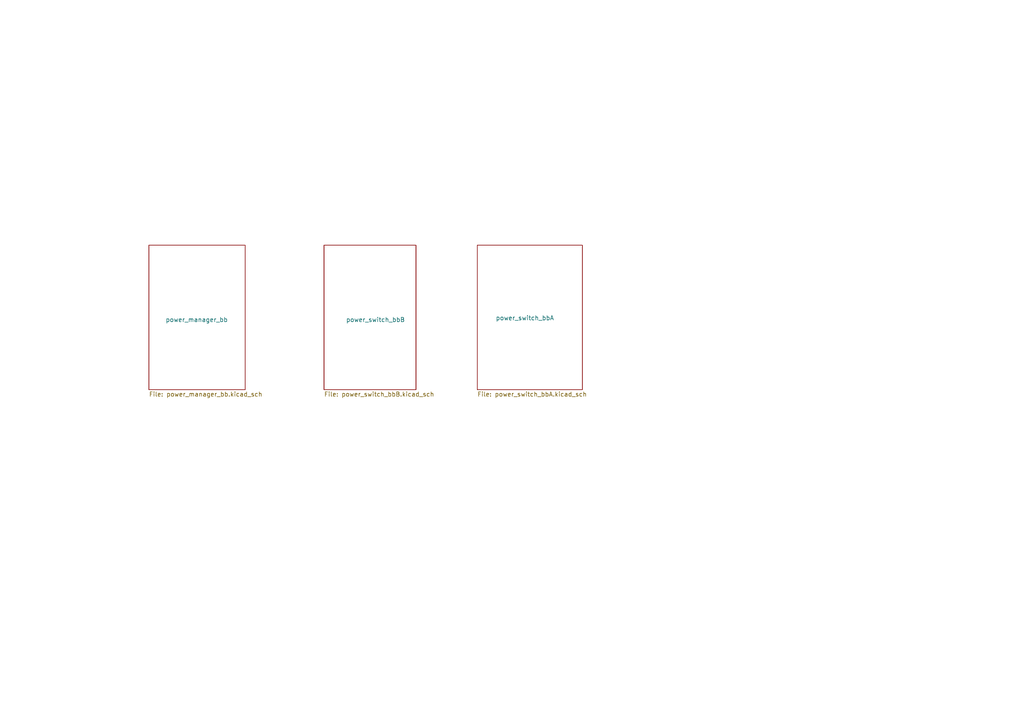
<source format=kicad_sch>
(kicad_sch
	(version 20241209)
	(generator "eeschema")
	(generator_version "9.0")
	(uuid "164def8b-47e5-45df-ad5a-f5307e8b0f23")
	(paper "A4")
	(lib_symbols)
	(sheet
		(at 138.43 71.12)
		(size 30.48 41.91)
		(exclude_from_sim no)
		(in_bom yes)
		(on_board yes)
		(dnp no)
		(stroke
			(width 0.1524)
			(type solid)
		)
		(fill
			(color 0 0 0 0.0000)
		)
		(uuid "5053a29f-6eeb-465c-a8a6-1a14483ce333")
		(property "Sheetname" "power_switch_bbA"
			(at 143.764 92.964 0)
			(effects
				(font
					(size 1.27 1.27)
				)
				(justify left bottom)
			)
		)
		(property "Sheetfile" "power_switch_bbA.kicad_sch"
			(at 138.43 113.6146 0)
			(effects
				(font
					(size 1.27 1.27)
				)
				(justify left top)
			)
		)
		(instances
			(project "breakoutpcbs"
				(path "/164def8b-47e5-45df-ad5a-f5307e8b0f23"
					(page "4")
				)
			)
		)
	)
	(sheet
		(at 93.98 71.12)
		(size 26.67 41.91)
		(exclude_from_sim no)
		(in_bom yes)
		(on_board yes)
		(dnp no)
		(stroke
			(width 0.1524)
			(type solid)
		)
		(fill
			(color 0 0 0 0.0000)
		)
		(uuid "718ddc52-fb82-424e-8990-6d0f460868bc")
		(property "Sheetname" "power_switch_bbB"
			(at 100.33 93.472 0)
			(effects
				(font
					(size 1.27 1.27)
				)
				(justify left bottom)
			)
		)
		(property "Sheetfile" "power_switch_bbB.kicad_sch"
			(at 93.98 113.6146 0)
			(effects
				(font
					(size 1.27 1.27)
				)
				(justify left top)
			)
		)
		(instances
			(project "breakoutpcbs"
				(path "/164def8b-47e5-45df-ad5a-f5307e8b0f23"
					(page "3")
				)
			)
		)
	)
	(sheet
		(at 43.18 71.12)
		(size 27.94 41.91)
		(exclude_from_sim no)
		(in_bom yes)
		(on_board yes)
		(dnp no)
		(stroke
			(width 0.1524)
			(type solid)
		)
		(fill
			(color 0 0 0 0.0000)
		)
		(uuid "de052eed-e07d-4893-89f4-9fbd4b68c24b")
		(property "Sheetname" "power_manager_bb"
			(at 48.006 93.472 0)
			(effects
				(font
					(size 1.27 1.27)
				)
				(justify left bottom)
			)
		)
		(property "Sheetfile" "power_manager_bb.kicad_sch"
			(at 43.18 113.6146 0)
			(effects
				(font
					(size 1.27 1.27)
				)
				(justify left top)
			)
		)
		(instances
			(project "breakoutpcbs"
				(path "/164def8b-47e5-45df-ad5a-f5307e8b0f23"
					(page "2")
				)
			)
		)
	)
	(sheet_instances
		(path "/"
			(page "1")
		)
	)
	(embedded_fonts no)
)

</source>
